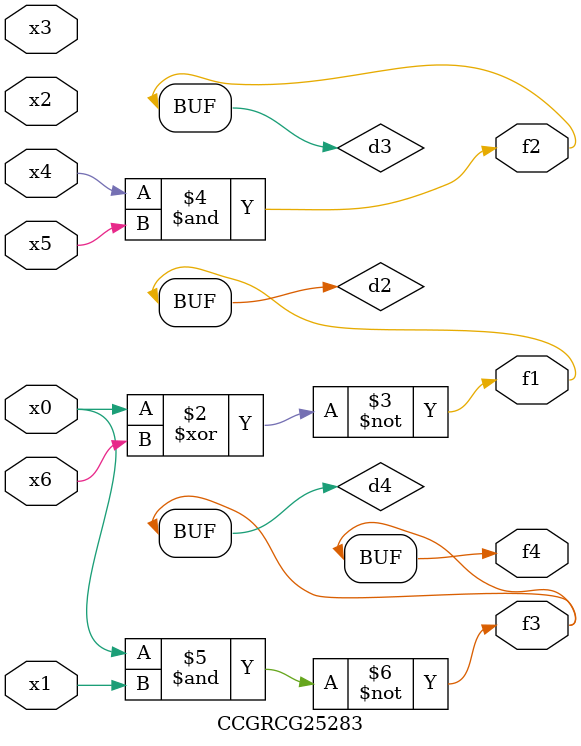
<source format=v>
module CCGRCG25283(
	input x0, x1, x2, x3, x4, x5, x6,
	output f1, f2, f3, f4
);

	wire d1, d2, d3, d4;

	nor (d1, x0);
	xnor (d2, x0, x6);
	and (d3, x4, x5);
	nand (d4, x0, x1);
	assign f1 = d2;
	assign f2 = d3;
	assign f3 = d4;
	assign f4 = d4;
endmodule

</source>
